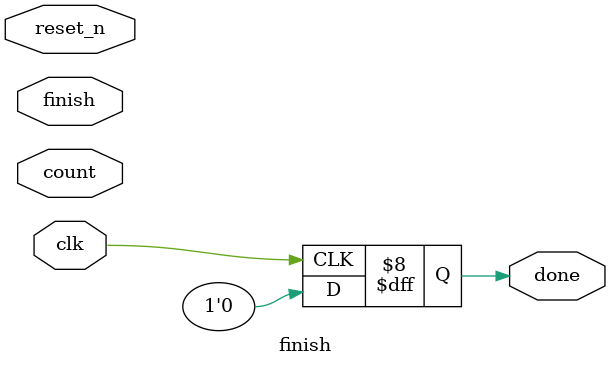
<source format=v>
module drawTiles(
    // Inputs
	 x1, y1, 
	 x2, y2, 
	 x3, y3, 
	 x4, y4,
    clk,						
    resetn,
	 enable,
    
    // Outputs
    col_out,
    x_out,
    y_out,
	 plot,
	 done						
);

	// Inputs
	input [7:0] x1, x2, x3, x4;
	input [6:0] y1, y2, y3, y4;
	
	input clk;				//	50 MHz
	input resetn;
	input enable;        // signal to start game from reset
	
	// Outputs
	output reg [2:0]  col_out;
	output reg [7:0]  x_out;
	output reg [6:0]  y_out;
	output reg plot;    
	output reg done;    //all 4 tiles habe been drawn
	
	wire [7:0] x;
	wire [6:0] y;       // Position of pixel to be drawn
	wire find, erase, draw, finish;
	wire found, doneerase, donedraw;

gameDatapath d0(x1, y1, x2, y2, x3, y3, x4, y4,
            clk, resetn,
				enable, find, draw, erase, finish,
				found, donedraw, doneerase, done,
				x_out, y_out, col_out);

gameControl c0(clk, reset_n, found, doneerase, donedraw, done,
           enable, draw, erase, find, finish, plot);
			  
endmodule
		
module gameControl(
    // Inputs
	 clk,
	 resetn,
    found,
	 doneerase,
	 donedraw,
	 done,
	
    // Outputs
	 enable,
    draw,
	 erase,
	 find,
	 finish,
	 plot
	 );

    // Inputs
	 input clk;				
	 input resetn;
    input found;
	 input doneerase;
	 input donedraw;
	 input done;

	 // Outputs
	 output reg enable;
    output reg find;
    output reg draw;
	 output reg erase;
	 output reg finish;
	 output reg plot;

	 // State registers
	 reg [2:0] current_state, next_state;


	 localparam S_RESET      =  3'd0,
	            S_RESET_WAIT =  3'd1,
					S_FIND       =  3'd2,
					S_ERASE      =  3'd3,
					S_DRAW       =  3'd4,
					S_FINISH     =  3'd5;
					
					
					
	 // state table
    always@(*)
    begin: state_table 
            case (current_state)
				    S_RESET: next_state = enable ? S_RESET_WAIT : S_RESET;
					 S_RESET_WAIT: next_state = enable ? S_RESET_WAIT : S_FIND;
                S_FIND: next_state = found ? S_ERASE : S_FIND;
                S_ERASE: next_state = doneerase ? S_DRAW : S_ERASE;
					 S_DRAW: next_state = donedraw ? S_FINISH : S_DRAW;
					 S_FINISH: next_state = done ? S_RESET : S_FIND;
            default:     next_state = S_RESET;
        endcase
    end
					 
	 // Control signals
    always @(*)
    begin: enable_signals
	     enable = 0;
	     find = 0;
        draw = 0;
        erase = 0;
		  finish = 0;
		  plot = 0;
		  
		  
        case (current_state)
			S_RESET: begin	
			  enable = 1;
           end
			S_FIND: begin
			  find = 1;
			  end
			S_ERASE: begin
			  erase = 1;
			  plot = 1;
			  end
			S_DRAW: begin
			  draw = 1;
			  plot = 1;
			  end
			S_FINISH: begin
			  finish = 1;
			  end
        endcase
    end

	// current_state registers
    always@(posedge clk)
    begin: state_FFs
        if(!resetn)
            current_state <= S_RESET;
        else
            current_state <= next_state;
    end
endmodule
	

		
//Combine all the states of the game: reset, find, draw, erase, finish
module gameDatapath(x1, y1, x2, y2, x3, y3, x4, y4,
                clk, reset_n, enable,
					 find, draw, erase, finish, 
					 found, donedraw, doneerase, done,
					 X, Y, colour);

input [7:0] x1,x2,x3,x4;
input [6:0] y1,y2,y3,y4; 
input clk, reset_n, enable;
input find, draw, erase, finish;

output reg found, donedraw, doneerase, done;
output reg [7:0] X;
output reg [6:0] Y;
output reg [2:0] colour;

//current location of pixel to draw/erase
wire [7:0] x;
wire [6:0] y;
wire [2:0] count;  // Count number of tiles that have been drawn

//
//always (@posedge clk)
//begin
//   if(gamedone && find)
//	begin
//	   x <= 8'b0;
//		y <= 7'b0;
//	end
//end

reset m0(clk, reset_n ,enable, count, x, y, done);
find  m1(x1, y1, x2, y2, x3, y3, x4, y4,
		   clk, reset_n, find, count,
		   x, y, found, done);
draw  m2(x, y, clk, reset_n, draw, donedraw, X, Y, colour, done);
erase m3(x, y, clk, reset_n, erase, doneerase, X, Y, colour, done);
finish m4(clk, reset_n, count, finish, done);


endmodule

//Set x, y to 0
module reset(clk, reset_n, enable, count, x, y, done);

input clk, reset_n, enable;
output reg [7:0] x;
output reg [6:0] y;
output reg [2:0] count;
output reg done;

always @(posedge clk)
begin	
	if(! reset_n || enable)
	begin
      x <= 8'b0;
	   y <= 7'b0;
		count <= 3'b0;
		done <= 0;
	end
end
endmodule


//Loop throgh screen and find the tile to draw/erase (x-1,y) is the actual position
module find(x1, y1, x2, y2, x3, y3, x4, y4,
				clk, reset_n, find, count,
				x, y, found, done);

input [7:0] x1,x2,x3,x4;
input [6:0] y1,y2,y3,y4;
input clk, reset_n, find;

output reg [2:0] count;
output reg [7:0] x;
output reg [6:0] y;
output reg found;
output reg done;

always @(posedge clk)
begin
	done <= 0;
	if(!reset_n)
	begin
	  x <= 8'b0;
	  y <= 7'b0;
	end
	
	else  
	begin
		if(find)
		begin
			done <= 0;
			if(x > 8'd160)
			begin
				x <= 8'b0;
				y <= y + 1'b1;
			end
			
			else
			begin
				x <= x + 1'b1;
				if(((x == x1) && (y == y1)) || 
				   ((x == x2) && (y == y2)) || 
					((x == x3) && (y == y3)) || 
					((x == x4) && (y == y4)))
				begin
					  found <= 1;
					  count <= count + 1'b1;
				end
				else
					  found <= 0;
			end
	   end
	end
end
	
endmodule
			
	

//Draw a specific tile by looping through and drawing a black 40x30 tile
module draw(x_in, y_in, clk, reset_n, draw, donedraw, x_out, y_out, colour, done);

input [7:0] x_in;
input [6:0] y_in;
input clk, reset_n, draw;
output reg [7:0] x_out;
output reg [6:0] y_out;
output reg [2:0] colour;
output reg donedraw;
output reg done;

reg [5:0] x;
reg [3:0] y;

always @(posedge clk)
begin
   done <= 0;
   if(!reset_n)
	  x <= 6'b0;
	else
	begin
	   if(draw)
		colour = 3'b111;
		begin
		   if(x == 6'd40)
			begin
			   x <= 6'b0;
				if(y < 5'd29)
				  y <= y + 1'b1;
				else
				  y <= 5'b0;
			end
			
		   else
			begin
				x_out <= x_in - 1'b1 + x;
				y_out <= y_in + y;
			   x <= x + 1'b1;			
			end
			
			if((x == 6'd40) && (y == 5'd30))
				donedraw <= 1;
			else
			   donedraw <= 0;
		end
	end
end
endmodule

//Erase a specific tile by looping thtough and drawing a white 40x30 tile
module erase(x_in, y_in, clk, reset_n, erase, doneerase, x_out, y_out, colour, done);

input [7:0] x_in;
input [6:0] y_in;
input clk, reset_n, erase;

output reg [7:0] x_out;
output reg [6:0] y_out;
output reg [2:0] colour;
output reg doneerase;
output reg done;

reg [5:0] x;
reg [3:0] y;

always @(posedge clk)
begin
   done <= 0;
   if(!reset_n)
	  x <= 6'b0;
	else
	begin
	   if(erase)
		colour = 3'b000;
		begin
		   if(x == 6'd40)
			begin
			   x <= 6'b0;
				if(y < 5'd29)
				  y <= y + 1'b1;
				else
				  y <= 5'b0;
			end
			
		   else
			begin
				x_out = x_in - 1'b1 + x;
				
	         if(y_in > 7'b0)
				begin
				   y <= y - 1'b1;
				end
				
				y_out <= y_in + y;
			   x <= x + 1'b1;			
			end
			
			if((x == 6'd40) && (y == 5'd30))
				doneerase <= 1;
			else
			   doneerase <= 0;
		end
	end
end
endmodule


//finish done if all 4 tiles have been drawn
module finish(clk, reset_n, count, finish, done);

input clk, reset_n;
input count;
input finish;
output reg done;

always @(posedge clk)
begin
   if(reset_n && finish && (count == 3'b100))
	   done <= 1;
	else
	   done <= 0;
end
endmodule








	             			
		   
	 
	



</source>
